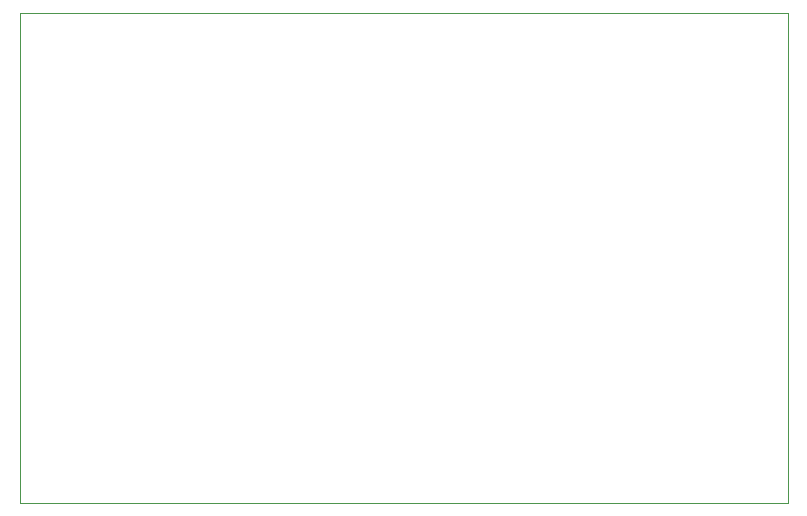
<source format=gm1>
G04 #@! TF.FileFunction,Profile,NP*
%FSLAX46Y46*%
G04 Gerber Fmt 4.6, Leading zero omitted, Abs format (unit mm)*
G04 Created by KiCad (PCBNEW 4.0.7-e2-6376~58~ubuntu14.04.1) date Sat Dec  9 10:48:14 2017*
%MOMM*%
%LPD*%
G01*
G04 APERTURE LIST*
%ADD10C,0.100000*%
G04 APERTURE END LIST*
D10*
X115000000Y-116000000D02*
X115000000Y-74500000D01*
X180000000Y-116000000D02*
X115000000Y-116000000D01*
X180000000Y-74500000D02*
X180000000Y-116000000D01*
X115000000Y-74500000D02*
X180000000Y-74500000D01*
M02*

</source>
